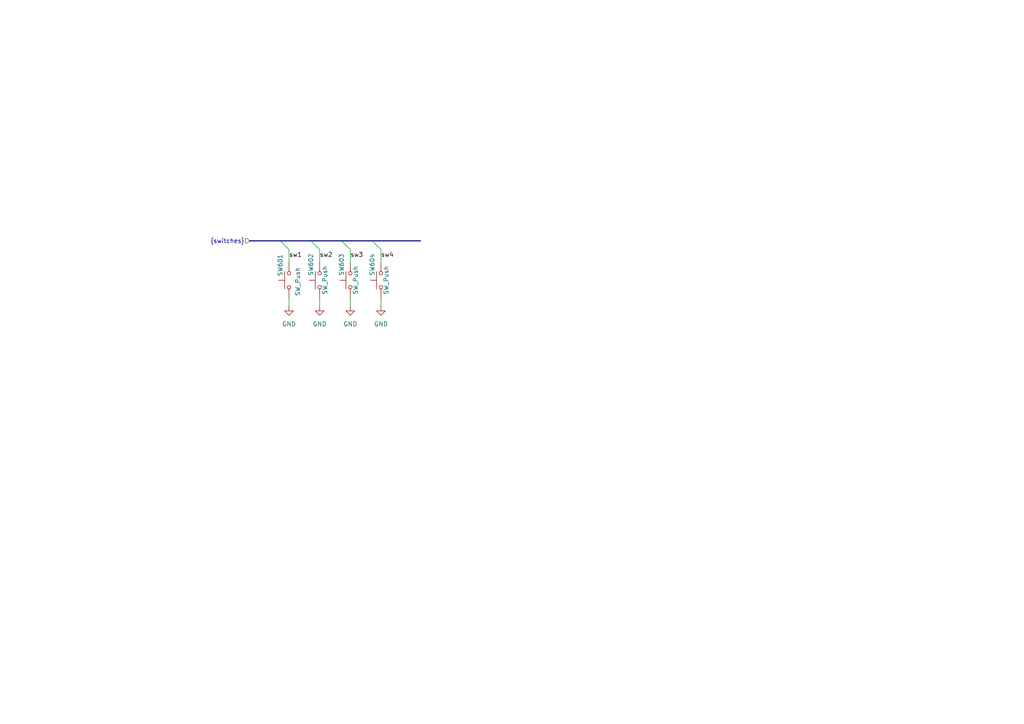
<source format=kicad_sch>
(kicad_sch (version 20231120) (generator "eeschema") (generator_version "8.0")
  (paper "A4")
  (lib_symbols
    (symbol "custom_kicad_lib_sk:tactile_SMD_6mm" (pin_numbers hide) (pin_names (offset 1.016) hide)
      (property "Reference" "SW" (at 1.27 2.54 0))
      (property "Value" "SW_Push" (at 0 -1.524 0))
      (symbol "tactile_SMD_6mm_0_1"
        (circle (center -2.032 0) (radius 0.508))
        (polyline (pts (xy 0 1.27) (xy 0 3.048)))
        (polyline (pts (xy 2.54 1.27) (xy -2.54 1.27)))
        (circle (center 2.032 0) (radius 0.508))
        (pin passive line (at -5.08 0 0) (length 2.54) (name "1") (number "1"))
        (pin passive line (at 5.08 0 180) (length 2.54) (name "2") (number "2"))
      )
    )
    (symbol "power:GND" (power) (pin_names (offset 0))
      (property "Value" "GND" (at 0 -3.81 0))
      (symbol "GND_0_1"
        (polyline (pts (xy 0 0) (xy 0 -1.27) (xy 1.27 -1.27) (xy 0 -2.54) (xy -1.27 -1.27) (xy 0 -1.27)))
      )
      (symbol "GND_1_1"
        (pin power_in line (at 0 0 270) (length 0) hide (name "GND") (number "1"))
      )
    )
  )
  (bus_entry (at 81.28 69.85) (size 2.54 2.54))
  (bus_entry (at 107.95 69.85) (size 2.54 2.54))
  (bus_entry (at 90.17 69.85) (size 2.54 2.54))
  (bus_entry (at 99.06 69.85) (size 2.54 2.54))
  (bus (pts (xy 107.95 69.85) (xy 121.92 69.85)))
  (bus (pts (xy 99.06 69.85) (xy 107.95 69.85)))
  (wire (pts (xy 110.49 86.36) (xy 110.49 88.9)))
  (bus (pts (xy 90.17 69.85) (xy 99.06 69.85)))
  (wire (pts (xy 92.71 72.39) (xy 92.71 76.2)))
  (wire (pts (xy 101.6 86.36) (xy 101.6 88.9)))
  (wire (pts (xy 83.82 72.39) (xy 83.82 76.2)))
  (bus (pts (xy 81.28 69.85) (xy 90.17 69.85)))
  (wire (pts (xy 83.82 86.36) (xy 83.82 88.9)))
  (bus (pts (xy 72.39 69.85) (xy 81.28 69.85)))
  (wire (pts (xy 101.6 72.39) (xy 101.6 76.2)))
  (wire (pts (xy 92.71 86.36) (xy 92.71 88.9)))
  (wire (pts (xy 110.49 72.39) (xy 110.49 76.2)))
  (label "sw2" (at 92.71 74.93 0))
  (label "sw3" (at 101.6 74.93 0))
  (label "sw4" (at 110.49 74.93 0))
  (label "sw1" (at 83.82 74.93 0))
  (hierarchical_label "{switches}" (shape input) (at 72.39 69.85 180))
  (symbol (lib_id "custom_kicad_lib_sk:tactile_SMD_6mm") (at 110.49 81.28 90) (unit 1)
    (property "Reference" "SW604" (at 107.95 80.01 0) (effects (justify left)))
    (property "Value" "SW_Push" (at 112.014 81.28 0))
    (property "Footprint" "custom_kicad_lib_sk:tactile_SMD_6mm" (effects (hide yes)))
    (property "JLCPCB Part#" "C294567" (effects (hide yes)))
  )
  (symbol (lib_id "power:GND") (at 110.49 88.9 0) (unit 1)
    (property "Reference" "#PWR0604" (effects (hide yes)))
    (property "Value" "GND" (at 110.49 93.98 0))
  )
  (symbol (lib_id "power:GND") (at 83.82 88.9 0) (unit 1)
    (property "Reference" "#PWR0601" (effects (hide yes)))
    (property "Value" "GND" (at 83.82 93.98 0))
  )
  (symbol (lib_id "custom_kicad_lib_sk:tactile_SMD_6mm") (at 92.71 81.28 90) (unit 1)
    (property "Reference" "SW602" (at 90.17 80.01 0) (effects (justify left)))
    (property "Value" "SW_Push" (at 94.234 81.28 0))
    (property "Footprint" "custom_kicad_lib_sk:tactile_SMD_6mm" (effects (hide yes)))
    (property "JLCPCB Part#" "C294567" (effects (hide yes)))
  )
  (symbol (lib_id "custom_kicad_lib_sk:tactile_SMD_6mm") (at 83.82 81.28 90) (unit 1)
    (property "Reference" "SW601" (at 81.28 73.66 0) (effects (justify right)))
    (property "Value" "SW_Push" (at 86.36 77.47 0) (effects (justify right)))
    (property "Footprint" "custom_kicad_lib_sk:tactile_SMD_6mm" (effects (hide yes)))
    (property "JLCPCB Part#" "C294567" (effects (hide yes)))
  )
  (symbol (lib_id "power:GND") (at 92.71 88.9 0) (unit 1)
    (property "Reference" "#PWR0602" (effects (hide yes)))
    (property "Value" "GND" (at 92.71 93.98 0))
  )
  (symbol (lib_id "power:GND") (at 101.6 88.9 0) (unit 1)
    (property "Reference" "#PWR0603" (effects (hide yes)))
    (property "Value" "GND" (at 101.6 93.98 0))
  )
  (symbol (lib_id "custom_kicad_lib_sk:tactile_SMD_6mm") (at 101.6 81.28 90) (unit 1)
    (property "Reference" "SW603" (at 99.06 80.01 0) (effects (justify left)))
    (property "Value" "SW_Push" (at 103.124 81.28 0))
    (property "Footprint" "custom_kicad_lib_sk:tactile_SMD_6mm" (effects (hide yes)))
    (property "JLCPCB Part#" "C294567" (effects (hide yes)))
  )
)
</source>
